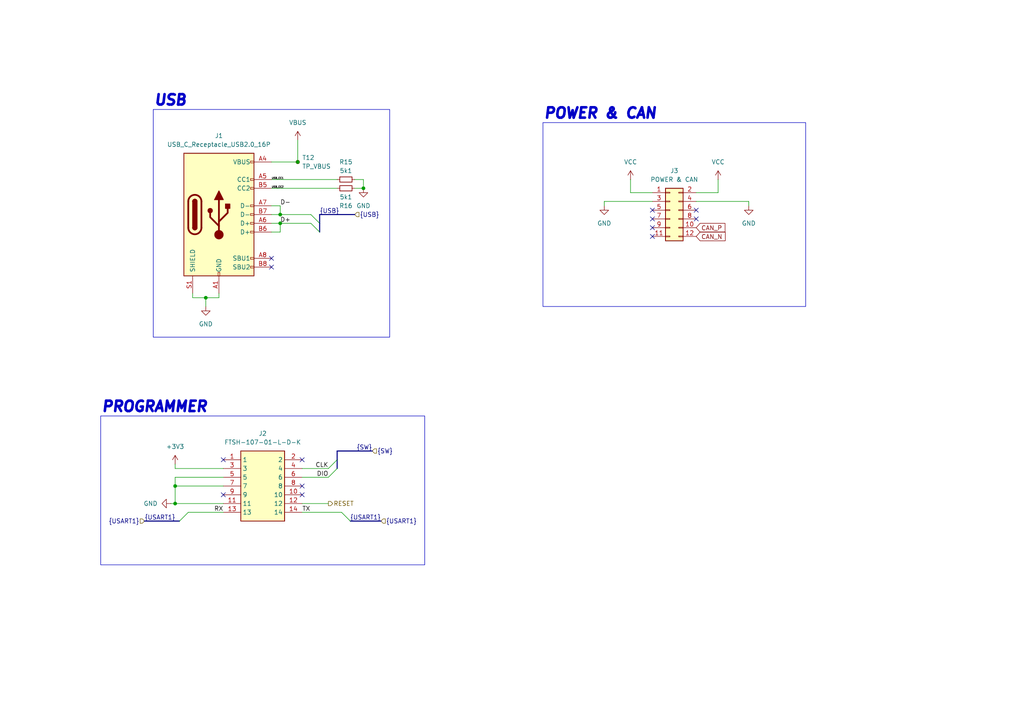
<source format=kicad_sch>
(kicad_sch (version 20250114) (generator "eeschema") (generator_version "9.0")
  (paper "A4")
  (lib_symbols
    (symbol "Connector:TestPoint_Small" (pin_numbers (hide yes)) (pin_names (offset 0.762) (hide yes))
      (property "Reference" "TP" (at 0 3.81 0))
      (property "Value" "TestPoint_Small" (at 0 2.032 0))
      (symbol "TestPoint_Small_0_1"
        (circle (center 0 0) (radius 0.508))
      )
      (symbol "TestPoint_Small_1_1"
        (pin passive line (at 0 0 90) (length 0) (name "1") (number "1"))
      )
    )
    (symbol "Connector:USB_C_Receptacle_USB2.0_16P" (pin_names (offset 1.016))
      (property "Reference" "J" (at 0 22.225 0))
      (property "Value" "USB_C_Receptacle_USB2.0_16P" (at 0 19.685 0))
      (symbol "USB_C_Receptacle_USB2.0_16P_0_0"
        (rectangle (start -0.254 -17.78) (end 0.254 -16.764))
        (rectangle (start 10.16 15.494) (end 9.144 14.986))
        (rectangle (start 10.16 10.414) (end 9.144 9.906))
        (rectangle (start 10.16 7.874) (end 9.144 7.366))
        (rectangle (start 10.16 2.794) (end 9.144 2.286))
        (rectangle (start 10.16 0.254) (end 9.144 -0.254))
        (rectangle (start 10.16 -2.286) (end 9.144 -2.794))
        (rectangle (start 10.16 -4.826) (end 9.144 -5.334))
        (rectangle (start 10.16 -12.446) (end 9.144 -12.954))
        (rectangle (start 10.16 -14.986) (end 9.144 -15.494))
      )
      (symbol "USB_C_Receptacle_USB2.0_16P_0_1"
        (rectangle (start -10.16 17.78) (end 10.16 -17.78) (stroke (width 0.254)) (fill (type background)))
        (polyline (pts (xy -8.89 -3.81) (xy -8.89 3.81)) (stroke (width 0.508)))
        (rectangle (start -7.62 -3.81) (end -6.35 3.81) (stroke (width 0.254)) (fill (type outline)))
        (arc (start -7.62 3.81) (mid -6.985 4.4423) (end -6.35 3.81) (stroke (width 0.254)))
        (arc (start -7.62 3.81) (mid -6.985 4.4423) (end -6.35 3.81) (stroke (width 0.254)) (fill (type outline)))
        (arc (start -8.89 3.81) (mid -6.985 5.7067) (end -5.08 3.81) (stroke (width 0.508)))
        (arc (start -5.08 -3.81) (mid -6.985 -5.7067) (end -8.89 -3.81) (stroke (width 0.508)))
        (arc (start -6.35 -3.81) (mid -6.985 -4.4423) (end -7.62 -3.81) (stroke (width 0.254)))
        (arc (start -6.35 -3.81) (mid -6.985 -4.4423) (end -7.62 -3.81) (stroke (width 0.254)) (fill (type outline)))
        (polyline (pts (xy -5.08 3.81) (xy -5.08 -3.81)) (stroke (width 0.508)))
        (circle (center -2.54 1.143) (radius 0.635) (stroke (width 0.254)) (fill (type outline)))
        (polyline (pts (xy -1.27 4.318) (xy 0 6.858) (xy 1.27 4.318) (xy -1.27 4.318)) (stroke (width 0.254)) (fill (type outline)))
        (polyline (pts (xy 0 -2.032) (xy 2.54 0.508) (xy 2.54 1.778)) (stroke (width 0.508)))
        (polyline (pts (xy 0 -3.302) (xy -2.54 -0.762) (xy -2.54 0.508)) (stroke (width 0.508)))
        (polyline (pts (xy 0 -5.842) (xy 0 4.318)) (stroke (width 0.508)))
        (circle (center 0 -5.842) (radius 1.27) (fill (type outline)))
        (rectangle (start 1.905 1.778) (end 3.175 3.048) (stroke (width 0.254)) (fill (type outline)))
      )
      (symbol "USB_C_Receptacle_USB2.0_16P_1_1"
        (pin passive line (at -7.62 -22.86 90) (length 5.08) (name "SHIELD") (number "S1"))
        (pin passive line (at 0 -22.86 90) (length 5.08) (name "GND") (number "A1"))
        (pin passive line (at 0 -22.86 90) (length 5.08) (hide yes) (name "GND") (number "A12"))
        (pin passive line (at 0 -22.86 90) (length 5.08) (hide yes) (name "GND") (number "B1"))
        (pin passive line (at 0 -22.86 90) (length 5.08) (hide yes) (name "GND") (number "B12"))
        (pin passive line (at 15.24 15.24 180) (length 5.08) (name "VBUS") (number "A4"))
        (pin passive line (at 15.24 15.24 180) (length 5.08) (hide yes) (name "VBUS") (number "A9"))
        (pin passive line (at 15.24 15.24 180) (length 5.08) (hide yes) (name "VBUS") (number "B4"))
        (pin passive line (at 15.24 15.24 180) (length 5.08) (hide yes) (name "VBUS") (number "B9"))
        (pin bidirectional line (at 15.24 10.16 180) (length 5.08) (name "CC1") (number "A5"))
        (pin bidirectional line (at 15.24 7.62 180) (length 5.08) (name "CC2") (number "B5"))
        (pin bidirectional line (at 15.24 2.54 180) (length 5.08) (name "D-") (number "A7"))
        (pin bidirectional line (at 15.24 0 180) (length 5.08) (name "D-") (number "B7"))
        (pin bidirectional line (at 15.24 -2.54 180) (length 5.08) (name "D+") (number "A6"))
        (pin bidirectional line (at 15.24 -5.08 180) (length 5.08) (name "D+") (number "B6"))
        (pin bidirectional line (at 15.24 -12.7 180) (length 5.08) (name "SBU1") (number "A8"))
        (pin bidirectional line (at 15.24 -15.24 180) (length 5.08) (name "SBU2") (number "B8"))
      )
    )
    (symbol "Connector_Generic:Conn_02x06_Odd_Even" (pin_names (offset 1.016) (hide yes))
      (property "Reference" "J" (at 1.27 7.62 0))
      (property "Value" "Conn_02x06_Odd_Even" (at 1.27 -10.16 0))
      (symbol "Conn_02x06_Odd_Even_1_1"
        (rectangle (start -1.27 6.35) (end 3.81 -8.89) (stroke (width 0.254)) (fill (type background)))
        (rectangle (start -1.27 5.207) (end 0 4.953) (stroke (width 0.1524)))
        (rectangle (start -1.27 2.667) (end 0 2.413) (stroke (width 0.1524)))
        (rectangle (start -1.27 0.127) (end 0 -0.127) (stroke (width 0.1524)))
        (rectangle (start -1.27 -2.413) (end 0 -2.667) (stroke (width 0.1524)))
        (rectangle (start -1.27 -4.953) (end 0 -5.207) (stroke (width 0.1524)))
        (rectangle (start -1.27 -7.493) (end 0 -7.747) (stroke (width 0.1524)))
        (rectangle (start 3.81 5.207) (end 2.54 4.953) (stroke (width 0.1524)))
        (rectangle (start 3.81 2.667) (end 2.54 2.413) (stroke (width 0.1524)))
        (rectangle (start 3.81 0.127) (end 2.54 -0.127) (stroke (width 0.1524)))
        (rectangle (start 3.81 -2.413) (end 2.54 -2.667) (stroke (width 0.1524)))
        (rectangle (start 3.81 -4.953) (end 2.54 -5.207) (stroke (width 0.1524)))
        (rectangle (start 3.81 -7.493) (end 2.54 -7.747) (stroke (width 0.1524)))
        (pin passive line (at -5.08 5.08 0) (length 3.81) (name "Pin_1") (number "1"))
        (pin passive line (at -5.08 2.54 0) (length 3.81) (name "Pin_3") (number "3"))
        (pin passive line (at -5.08 0 0) (length 3.81) (name "Pin_5") (number "5"))
        (pin passive line (at -5.08 -2.54 0) (length 3.81) (name "Pin_7") (number "7"))
        (pin passive line (at -5.08 -5.08 0) (length 3.81) (name "Pin_9") (number "9"))
        (pin passive line (at -5.08 -7.62 0) (length 3.81) (name "Pin_11") (number "11"))
        (pin passive line (at 7.62 5.08 180) (length 3.81) (name "Pin_2") (number "2"))
        (pin passive line (at 7.62 2.54 180) (length 3.81) (name "Pin_4") (number "4"))
        (pin passive line (at 7.62 0 180) (length 3.81) (name "Pin_6") (number "6"))
        (pin passive line (at 7.62 -2.54 180) (length 3.81) (name "Pin_8") (number "8"))
        (pin passive line (at 7.62 -5.08 180) (length 3.81) (name "Pin_10") (number "10"))
        (pin passive line (at 7.62 -7.62 180) (length 3.81) (name "Pin_12") (number "12"))
      )
    )
    (symbol "Device:R_Small" (pin_numbers (hide yes)) (pin_names (offset 0.254) (hide yes))
      (property "Reference" "R" (at 0.762 0.508 0))
      (property "Value" "R_Small" (at 0.762 -1.016 0))
      (symbol "R_Small_0_1"
        (rectangle (start -0.762 1.778) (end 0.762 -1.778) (stroke (width 0.2032)))
      )
      (symbol "R_Small_1_1"
        (pin passive line (at 0 2.54 270) (length 0.762) (name "~") (number "1"))
        (pin passive line (at 0 -2.54 90) (length 0.762) (name "~") (number "2"))
      )
    )
    (symbol "GND_2" (power) (pin_numbers (hide yes)) (pin_names (offset 0) (hide yes))
      (property "Value" "GND" (at 0 -3.81 0))
      (symbol "GND_2_0_1"
        (polyline (pts (xy 0 0) (xy 0 -1.27) (xy 1.27 -1.27) (xy 0 -2.54) (xy -1.27 -1.27) (xy 0 -1.27)))
      )
      (symbol "GND_2_1_1"
        (pin power_in line (at 0 0 270) (length 0) (name "~") (number "1"))
      )
    )
    (symbol "GND_3" (power) (pin_numbers (hide yes)) (pin_names (offset 0) (hide yes))
      (property "Value" "GND" (at 0 -3.81 0))
      (symbol "GND_3_0_1"
        (polyline (pts (xy 0 0) (xy 0 -1.27) (xy 1.27 -1.27) (xy 0 -2.54) (xy -1.27 -1.27) (xy 0 -1.27)))
      )
      (symbol "GND_3_1_1"
        (pin power_in line (at 0 0 270) (length 0) (name "~") (number "1"))
      )
    )
    (symbol "SamacSys_Parts:FTSH-107-01-L-D-K"
      (property "Reference" "J" (at 19.05 7.62 0))
      (property "Value" "FTSH-107-01-L-D-K" (at 19.05 5.08 0))
      (symbol "FTSH-107-01-L-D-K_1_1"
        (rectangle (start 5.08 2.54) (end 17.78 -17.78) (stroke (width 0.254)) (fill (type background)))
        (pin passive line (at 0 0 0) (length 5.08) (name "1") (number "1"))
        (pin passive line (at 0 -2.54 0) (length 5.08) (name "3") (number "3"))
        (pin passive line (at 0 -5.08 0) (length 5.08) (name "5") (number "5"))
        (pin passive line (at 0 -7.62 0) (length 5.08) (name "7") (number "7"))
        (pin passive line (at 0 -10.16 0) (length 5.08) (name "9") (number "9"))
        (pin passive line (at 0 -12.7 0) (length 5.08) (name "11") (number "11"))
        (pin passive line (at 0 -15.24 0) (length 5.08) (name "13") (number "13"))
        (pin passive line (at 22.86 0 180) (length 5.08) (name "2") (number "2"))
        (pin passive line (at 22.86 -2.54 180) (length 5.08) (name "4") (number "4"))
        (pin passive line (at 22.86 -5.08 180) (length 5.08) (name "6") (number "6"))
        (pin passive line (at 22.86 -7.62 180) (length 5.08) (name "8") (number "8"))
        (pin passive line (at 22.86 -10.16 180) (length 5.08) (name "10") (number "10"))
        (pin passive line (at 22.86 -12.7 180) (length 5.08) (name "12") (number "12"))
        (pin passive line (at 22.86 -15.24 180) (length 5.08) (name "14") (number "14"))
      )
    )
    (symbol "power:+3V3" (power) (pin_numbers (hide yes)) (pin_names (offset 0) (hide yes))
      (property "Value" "+3V3" (at 0 3.556 0))
      (symbol "+3V3_0_1"
        (polyline (pts (xy -0.762 1.27) (xy 0 2.54)))
        (polyline (pts (xy 0 2.54) (xy 0.762 1.27)))
        (polyline (pts (xy 0 0) (xy 0 2.54)))
      )
      (symbol "+3V3_1_1"
        (pin power_in line (at 0 0 90) (length 0) (name "~") (number "1"))
      )
    )
    (symbol "power:VBUS" (power) (pin_numbers (hide yes)) (pin_names (offset 0) (hide yes))
      (property "Value" "VBUS" (at 0 3.556 0))
      (symbol "VBUS_0_1"
        (polyline (pts (xy -0.762 1.27) (xy 0 2.54)))
        (polyline (pts (xy 0 2.54) (xy 0.762 1.27)))
        (polyline (pts (xy 0 0) (xy 0 2.54)))
      )
      (symbol "VBUS_1_1"
        (pin power_in line (at 0 0 90) (length 0) (name "~") (number "1"))
      )
    )
    (symbol "power:VCC" (power) (pin_numbers (hide yes)) (pin_names (offset 0) (hide yes))
      (property "Value" "VCC" (at 0 3.556 0))
      (symbol "VCC_0_1"
        (polyline (pts (xy -0.762 1.27) (xy 0 2.54)))
        (polyline (pts (xy 0 2.54) (xy 0.762 1.27)))
        (polyline (pts (xy 0 0) (xy 0 2.54)))
      )
      (symbol "VCC_1_1"
        (pin power_in line (at 0 0 90) (length 0) (name "~") (number "1"))
      )
    )
  )
  (rectangle (start 29.21 120.65) (end 123.19 163.83))
  (rectangle (start 157.48 35.56) (end 233.68 88.9))
  (rectangle (start 44.45 31.75) (end 113.03 97.79))
  (text "USB" (at 44.45 29.21 0) (effects (font (size 3 3) (thickness 2) (bold yes) (italic yes)) (justify left)))
  (text "POWER & CAN" (at 157.48 33.02 0) (effects (font (size 3 3) (thickness 2) (bold yes) (italic yes)) (justify left)))
  (text "PROGRAMMER" (at 29.21 118.11 0) (effects (font (size 3 3) (thickness 2) (bold yes) (italic yes)) (justify left)))
  (junction (at 59.69 86.36))
  (junction (at 86.36 46.99))
  (junction (at 81.28 62.23))
  (junction (at 105.41 54.61))
  (junction (at 50.8 140.97))
  (junction (at 81.28 64.77))
  (junction (at 50.8 146.05))
  (no_connect (at 64.77 143.51))
  (no_connect (at 87.63 143.51))
  (no_connect (at 189.23 68.58))
  (no_connect (at 189.23 63.5))
  (no_connect (at 64.77 133.35))
  (no_connect (at 78.74 74.93))
  (no_connect (at 87.63 133.35))
  (no_connect (at 78.74 77.47))
  (no_connect (at 87.63 140.97))
  (no_connect (at 201.93 60.96))
  (no_connect (at 189.23 60.96))
  (no_connect (at 189.23 66.04))
  (no_connect (at 201.93 63.5))
  (bus_entry (at 99.06 148.59) (size 2.54 2.54))
  (bus_entry (at 95.25 138.43) (size 2.54 -2.54))
  (bus_entry (at 92.71 67.31) (size -2.54 -2.54))
  (bus_entry (at 92.71 64.77) (size -2.54 -2.54))
  (bus_entry (at 54.61 148.59) (size -2.54 2.54))
  (bus_entry (at 95.25 135.89) (size 2.54 -2.54))
  (wire (pts (xy 208.28 52.07) (xy 208.28 55.88)))
  (wire (pts (xy 81.28 64.77) (xy 90.17 64.77)))
  (wire (pts (xy 97.79 54.61) (xy 78.74 54.61)))
  (wire (pts (xy 175.26 58.42) (xy 189.23 58.42)))
  (bus (pts (xy 97.79 130.81) (xy 97.79 133.35)))
  (bus (pts (xy 92.71 62.23) (xy 102.87 62.23)))
  (wire (pts (xy 78.74 67.31) (xy 81.28 67.31)))
  (wire (pts (xy 59.69 86.36) (xy 59.69 88.9)))
  (wire (pts (xy 182.88 52.07) (xy 182.88 55.88)))
  (wire (pts (xy 81.28 64.77) (xy 78.74 64.77)))
  (wire (pts (xy 54.61 148.59) (xy 64.77 148.59)))
  (wire (pts (xy 50.8 140.97) (xy 50.8 138.43)))
  (wire (pts (xy 50.8 140.97) (xy 50.8 146.05)))
  (wire (pts (xy 78.74 52.07) (xy 97.79 52.07)))
  (wire (pts (xy 59.69 86.36) (xy 63.5 86.36)))
  (wire (pts (xy 55.88 85.09) (xy 55.88 86.36)))
  (wire (pts (xy 81.28 62.23) (xy 90.17 62.23)))
  (bus (pts (xy 92.71 62.23) (xy 92.71 64.77)))
  (wire (pts (xy 63.5 85.09) (xy 63.5 86.36)))
  (wire (pts (xy 50.8 135.89) (xy 64.77 135.89)))
  (wire (pts (xy 201.93 55.88) (xy 208.28 55.88)))
  (wire (pts (xy 102.87 52.07) (xy 105.41 52.07)))
  (wire (pts (xy 87.63 135.89) (xy 95.25 135.89)))
  (wire (pts (xy 55.88 86.36) (xy 59.69 86.36)))
  (bus (pts (xy 110.49 151.13) (xy 101.6 151.13)))
  (wire (pts (xy 87.63 148.59) (xy 99.06 148.59)))
  (wire (pts (xy 175.26 58.42) (xy 175.26 59.69)))
  (wire (pts (xy 86.36 40.64) (xy 86.36 46.99)))
  (wire (pts (xy 50.8 146.05) (xy 64.77 146.05)))
  (bus (pts (xy 97.79 133.35) (xy 97.79 135.89)))
  (wire (pts (xy 49.53 146.05) (xy 50.8 146.05)))
  (wire (pts (xy 50.8 134.62) (xy 50.8 135.89)))
  (wire (pts (xy 86.36 46.99) (xy 78.74 46.99)))
  (wire (pts (xy 81.28 59.69) (xy 78.74 59.69)))
  (wire (pts (xy 81.28 62.23) (xy 81.28 59.69)))
  (wire (pts (xy 50.8 138.43) (xy 64.77 138.43)))
  (wire (pts (xy 87.63 146.05) (xy 95.25 146.05)))
  (wire (pts (xy 105.41 52.07) (xy 105.41 54.61)))
  (bus (pts (xy 92.71 64.77) (xy 92.71 67.31)))
  (wire (pts (xy 78.74 62.23) (xy 81.28 62.23)))
  (wire (pts (xy 189.23 55.88) (xy 182.88 55.88)))
  (bus (pts (xy 41.91 151.13) (xy 52.07 151.13)))
  (wire (pts (xy 217.17 58.42) (xy 201.93 58.42)))
  (wire (pts (xy 102.87 54.61) (xy 105.41 54.61)))
  (wire (pts (xy 81.28 67.31) (xy 81.28 64.77)))
  (wire (pts (xy 50.8 140.97) (xy 64.77 140.97)))
  (wire (pts (xy 87.63 138.43) (xy 95.25 138.43)))
  (wire (pts (xy 217.17 58.42) (xy 217.17 59.69)))
  (bus (pts (xy 97.79 130.81) (xy 107.95 130.81)))
  (label "D-" (at 81.28 59.69 0))
  (label "D+" (at 81.28 64.77 0))
  (label "RX" (at 64.77 148.59 180))
  (label "{USART1}" (at 41.91 151.13 0))
  (label "TX" (at 87.63 148.59 0))
  (label "USB_CC1" (at 78.74 52.07 0) (effects (font (size 0.508 0.508))))
  (label "USB_CC2" (at 78.74 54.61 0) (effects (font (size 0.508 0.508))))
  (label "{USB}" (at 92.71 62.23 0))
  (label "{SW}" (at 107.95 130.81 180))
  (label "DIO" (at 95.25 138.43 180))
  (label "CLK" (at 95.25 135.89 180))
  (label "{USART1}" (at 110.49 151.13 180))
  (global_label "CAN_P" (shape input) (at 201.93 66.04 0) (property "Intersheetrefs" "${INTERSHEET_REFS}" (effects (hide yes))))
  (global_label "CAN_N" (shape input) (at 201.93 68.58 0) (property "Intersheetrefs" "${INTERSHEET_REFS}" (effects (hide yes))))
  (hierarchical_label "{USB}" (shape input) (at 102.87 62.23 0))
  (hierarchical_label "{USART1}" (shape input) (at 110.49 151.13 0))
  (hierarchical_label "{SW}" (shape input) (at 107.95 130.81 0))
  (hierarchical_label "RESET" (shape output) (at 95.25 146.05 0))
  (hierarchical_label "{USART1}" (shape input) (at 41.91 151.13 180))
  (symbol (lib_name "GND_3") (lib_id "power:GND") (at 105.41 54.61 0) (mirror y) (unit 1)
    (property "Reference" "#PWR022" (effects (hide yes)))
    (property "Value" "GND" (at 105.41 59.69 0))
    (property "Description" "Power symbol creates a global label with name \"GND\" , ground" (effects (hide yes)))
  )
  (symbol (lib_id "Connector:USB_C_Receptacle_USB2.0_16P") (at 63.5 62.23 0) (unit 1)
    (property "Reference" "J1" (at 63.5 39.37 0))
    (property "Value" "USB_C_Receptacle_USB2.0_16P" (at 63.5 41.91 0))
    (property "Footprint" "Connector_USB:USB_C_Receptacle_GCT_USB4105-xx-A_16P_TopMnt_Horizontal" (effects (hide yes)))
    (property "Datasheet" "https://www.mouser.pl/datasheet/2/837/Global_Connector_Technology_usb4105-3106202.pdf" (effects (hide yes)))
    (property "Description" "USB 2.0-only 16P Type-C Receptacle connector" (effects (hide yes)))
    (property "Mouser Price/Stock" "https://www.mouser.pl/ProductDetail/GCT/USB4105-GF-A?qs=KUoIvG%2F9IlY%2FMLlBMpStpA%3D%3D" (effects (hide yes)))
  )
  (symbol (lib_id "power:VBUS") (at 86.36 40.64 0) (mirror y) (unit 1)
    (property "Reference" "#PWR021" (effects (hide yes)))
    (property "Value" "VBUS" (at 86.36 35.56 0))
    (property "Description" "Power symbol creates a global label with name \"VBUS\"" (effects (hide yes)))
  )
  (symbol (lib_id "SamacSys_Parts:FTSH-107-01-L-D-K") (at 64.77 133.35 0) (unit 1)
    (property "Reference" "J2" (at 76.2 125.73 0))
    (property "Value" "FTSH-107-01-L-D-K" (at 76.2 128.27 0))
    (property "Footprint" "SamacSys_Parts:FTSH-107-XX-YYY-D-K" (effects (hide yes)))
    (property "Datasheet" "http://suddendocs.samtec.com/prints/ftsh-1xx-xx-xxx-d-xxx-xx-mkt.pdf" (effects (hide yes)))
    (property "Description" "14 Position, High Reliability Header Strips, 0.050&quot; pitch" (effects (hide yes)))
    (property "Mouser Part Number" "200-FTSH10701LDK" (effects (hide yes)))
    (property "Mouser Price/Stock" "https://www.mouser.co.uk/ProductDetail/Samtec/FTSH-107-01-L-D-K?qs=%252BZP6%2F%252BtExtDf9U3LcTl7MA%3D%3D" (effects (hide yes)))
    (property "Manufacturer_Name" "SAMTEC" (effects (hide yes)))
    (property "Manufacturer_Part_Number" "FTSH-107-01-L-D-K" (effects (hide yes)))
  )
  (symbol (lib_name "GND_2") (lib_id "power:GND") (at 59.69 88.9 0) (mirror y) (unit 1)
    (property "Reference" "#PWR020" (effects (hide yes)))
    (property "Value" "GND" (at 59.69 93.98 0))
    (property "Description" "Power symbol creates a global label with name \"GND\" , ground" (effects (hide yes)))
  )
  (symbol (lib_name "GND_2") (lib_id "power:GND") (at 49.53 146.05 270) (mirror x) (unit 1)
    (property "Reference" "#PWR023" (effects (hide yes)))
    (property "Value" "GND" (at 45.72 146.0499 90) (effects (justify right)))
    (property "Description" "Power symbol creates a global label with name \"GND\" , ground" (effects (hide yes)))
  )
  (symbol (lib_id "Device:R_Small") (at 100.33 52.07 90) (unit 1)
    (property "Reference" "R15" (at 100.33 46.99 90))
    (property "Value" "5k1" (at 100.33 49.53 90))
    (property "Footprint" "Resistor_SMD:R_0603_1608Metric_Pad0.98x0.95mm_HandSolder" (effects (hide yes)))
    (property "Datasheet" "https://www.vishay.com/docs/20035/dcrcwe3.pdf" (effects (hide yes)))
    (property "Description" "Resistor, small symbol" (effects (hide yes)))
    (property "Mouser Price/Stock" "https://www.mouser.pl/ProductDetail/Vishay-Dale/CRCW06035K10FKEC?qs=sGAEpiMZZMtlubZbdhIBIKbhzOdzan%2FGt7ImYW9MzNM%3D" (effects (hide yes)))
  )
  (symbol (lib_id "power:VCC") (at 208.28 52.07 0) (unit 1)
    (property "Reference" "#PWR027" (effects (hide yes)))
    (property "Value" "VCC" (at 208.28 46.99 0))
    (property "Description" "Power symbol creates a global label with name \"VCC\"" (effects (hide yes)))
  )
  (symbol (lib_id "Connector_Generic:Conn_02x06_Odd_Even") (at 194.31 60.96 0) (unit 1)
    (property "Reference" "J3" (at 195.58 49.53 0))
    (property "Value" "POWER & CAN" (at 195.58 52.07 0))
    (property "Footprint" "SamacSys_Parts:SHDR12W64P254X254_2X6_2286X895X915P" (effects (hide yes)))
    (property "Datasheet" "https://www.tme.eu/Document/7d9961e5e60ab95d248a27b27276cc23/t821.pdf" (effects (hide yes)))
    (property "Description" "Generic connector, double row, 02x06, odd/even pin numbering scheme (row 1 odd numbers, row 2 even numbers), script generated (kicad-library-utils/schlib/autogen/connector/)" (effects (hide yes)))
    (property "Mouser Price/Stock" "https://www.tme.eu/pl/details/t821-1-12-s1/zlacza-idc/amphenol-communications-solutions/t821112a1s100ceu/" (effects (hide yes)))
  )
  (symbol (lib_name "GND_2") (lib_id "power:GND") (at 175.26 59.69 0) (mirror y) (unit 1)
    (property "Reference" "#PWR025" (effects (hide yes)))
    (property "Value" "GND" (at 175.26 64.77 0))
    (property "Description" "Power symbol creates a global label with name \"GND\" , ground" (effects (hide yes)))
  )
  (symbol (lib_id "Connector:TestPoint_Small") (at 86.36 46.99 180) (unit 1)
    (property "Reference" "T12" (at 87.63 45.7199 0) (effects (justify right)))
    (property "Value" "TP_VBUS" (at 87.63 48.2599 0) (effects (justify right)))
    (property "Footprint" "TestPoint:TestPoint_Pad_1.0x1.0mm" (effects (hide yes)))
    (property "Description" "test point" (effects (hide yes)))
  )
  (symbol (lib_id "Device:R_Small") (at 100.33 54.61 270) (unit 1)
    (property "Reference" "R16" (at 100.33 59.69 90))
    (property "Value" "5k1" (at 100.33 57.15 90))
    (property "Footprint" "Resistor_SMD:R_0603_1608Metric_Pad0.98x0.95mm_HandSolder" (effects (hide yes)))
    (property "Datasheet" "https://www.vishay.com/docs/20035/dcrcwe3.pdf" (effects (hide yes)))
    (property "Description" "Resistor, small symbol" (effects (hide yes)))
    (property "Mouser Price/Stock" "https://www.mouser.pl/ProductDetail/Vishay-Dale/CRCW06035K10FKEC?qs=sGAEpiMZZMtlubZbdhIBIKbhzOdzan%2FGt7ImYW9MzNM%3D" (effects (hide yes)))
  )
  (symbol (lib_id "power:+3V3") (at 50.8 134.62 0) (unit 1)
    (property "Reference" "#PWR024" (effects (hide yes)))
    (property "Value" "+3V3" (at 50.8 129.54 0))
    (property "Description" "Power symbol creates a global label with name \"+3V3\"" (effects (hide yes)))
  )
  (symbol (lib_id "power:VCC") (at 182.88 52.07 0) (mirror y) (unit 1)
    (property "Reference" "#PWR026" (effects (hide yes)))
    (property "Value" "VCC" (at 182.88 46.99 0))
    (property "Description" "Power symbol creates a global label with name \"VCC\"" (effects (hide yes)))
  )
  (symbol (lib_name "GND_2") (lib_id "power:GND") (at 217.17 59.69 0) (mirror y) (unit 1)
    (property "Reference" "#PWR028" (effects (hide yes)))
    (property "Value" "GND" (at 217.17 64.77 0))
    (property "Description" "Power symbol creates a global label with name \"GND\" , ground" (effects (hide yes)))
  )
)
</source>
